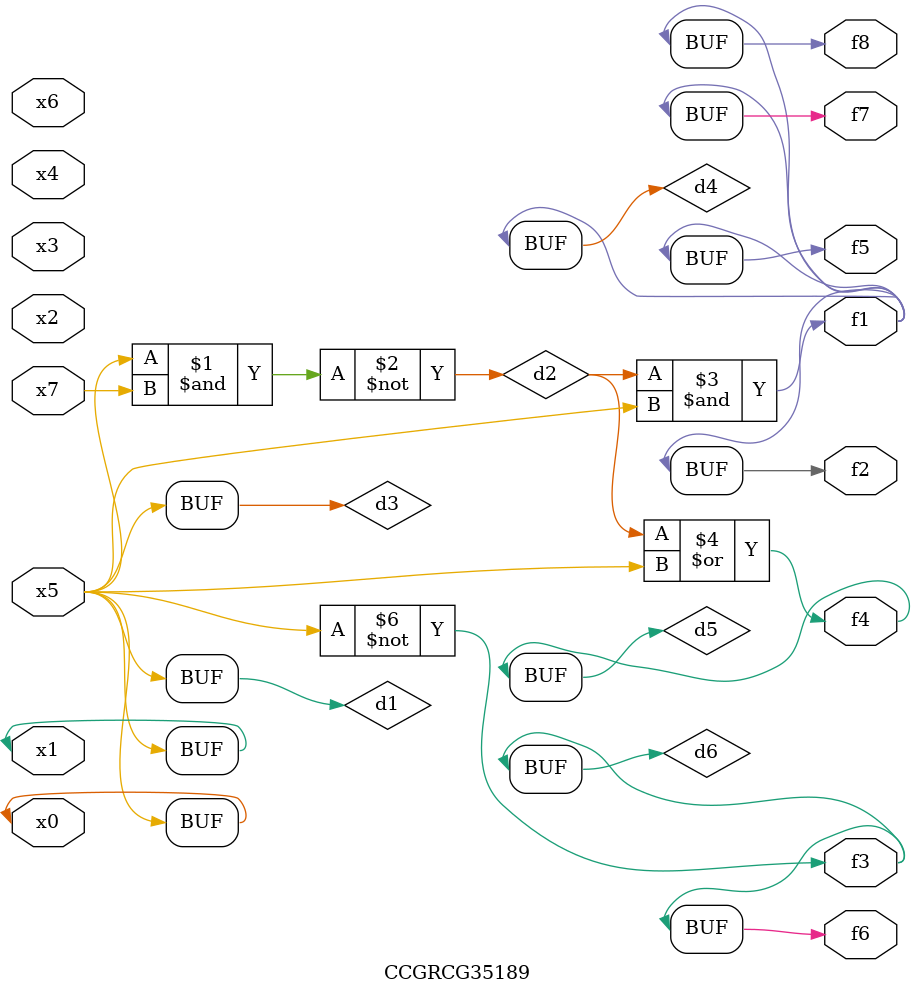
<source format=v>
module CCGRCG35189(
	input x0, x1, x2, x3, x4, x5, x6, x7,
	output f1, f2, f3, f4, f5, f6, f7, f8
);

	wire d1, d2, d3, d4, d5, d6;

	buf (d1, x0, x5);
	nand (d2, x5, x7);
	buf (d3, x0, x1);
	and (d4, d2, d3);
	or (d5, d2, d3);
	nor (d6, d1, d3);
	assign f1 = d4;
	assign f2 = d4;
	assign f3 = d6;
	assign f4 = d5;
	assign f5 = d4;
	assign f6 = d6;
	assign f7 = d4;
	assign f8 = d4;
endmodule

</source>
